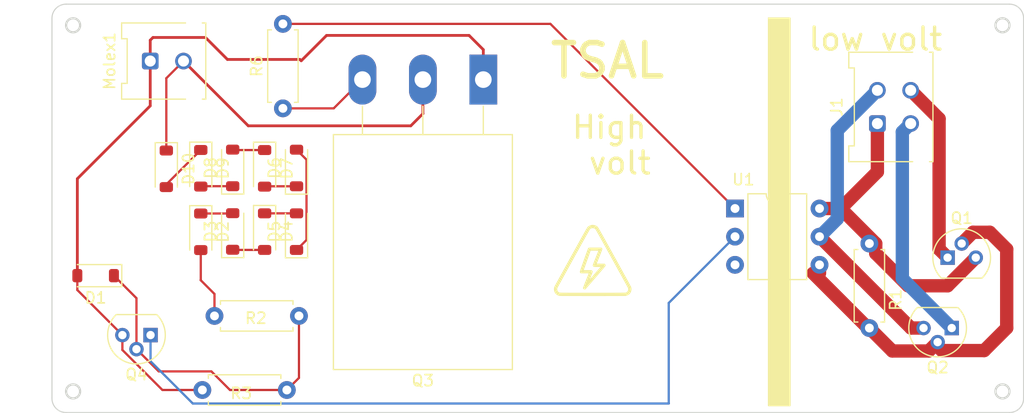
<source format=kicad_pcb>
(kicad_pcb (version 20240108) (generator "pcbnew") (generator_version "8.0")
  (layers (0 "F.Cu" signal) (31 "B.Cu" signal) (34 "B.Paste" user) (35 "F.Paste" user) (36 "B.SilkS" user "B.Silkscreen") (37 "F.SilkS" user "F.Silkscreen") (38 "B.Mask" user) (39 "F.Mask" user) (44 "Edge.Cuts" user))
  (net 0 "")
  (net 1 "Net-(D1-K)")
  (net 2 "/HV-")
  (net 3 "Net-(D4-K)")
  (net 4 "GLV+")
  (net 5 "GLV-")
  (net 6 "GR-")
  (net 7 "RD+")
  (net 8 "Net-(Q1-G)")
  (net 9 "Net-(Q3-S)")
  (net 10 "Net-(Q4-D)")
  (net 11 "Net-(R6-Pad2)")
  (net 13 "Net-(D2-A)")
  (net 14 "/HV+")
  (net 15 "Net-(D2-K)")
  (net 16 "Net-(D3-K)")
  (net 17 "Net-(D5-K)")
  (net 18 "Net-(D6-K)")
  (net 19 "Net-(D7-K)")
  (net 20 "Net-(D8-K)")
  (net 21 "Net-(D10-A)")
  (footprint "Resistor_THT:R_Axial_DIN0207_L6.3mm_D2.5mm_P7.62mm_Horizontal" (layer "F.Cu") (at 130.4036 114.808 180)
    (property "Reference" "R3" (at 4.1148 -0.3048 0) (layer "F.SilkS"))
    (property "Value" "10M")
    (fp_line (start 7.08 1.37) (end 7.08 1.04) (stroke (width 0.12)) (layer "F.SilkS"))
    (fp_line (start 7.08 -1.37) (end 7.08 -1.04) (stroke (width 0.12)) (layer "F.SilkS"))
    (fp_line (start 0.54 1.37) (end 7.08 1.37) (stroke (width 0.12)) (layer "F.SilkS"))
    (fp_line (start 0.54 1.04) (end 0.54 1.37) (stroke (width 0.12)) (layer "F.SilkS"))
    (fp_line (start 0.54 -1.04) (end 0.54 -1.37) (stroke (width 0.12)) (layer "F.SilkS"))
    (fp_line (start 0.54 -1.37) (end 7.08 -1.37) (stroke (width 0.12)) (layer "F.SilkS"))
    (pad "1" thru_hole circle (at 0 0 180) (size 1.6 1.6) (drill 0.8) (layers "*.Cu" "*.Mask") (net 1 "Net-(D1-K)"))
    (pad "2" thru_hole oval (at 7.62 0 180) (size 1.6 1.6) (drill 0.8) (layers "*.Cu" "*.Mask") (net 2 "/HV-"))
  )
  (footprint "Connector_Molex:Molex_Micro-Fit_3.0_43045-0212_2x01_P3.00mm_Vertical" (layer "F.Cu") (at 118.0818 85.1408 90)
    (property "Reference" "Molex1" (at 0 -3.67 90) (layer "F.SilkS"))
    (property "Value" "043045-0212")
    (fp_line (start 3.435 -2.58) (end 3.435 3.18) (stroke (width 0.12)) (layer "F.SilkS"))
    (fp_line (start 2.015 -2.58) (end 3.435 -2.58) (stroke (width 0.12)) (layer "F.SilkS"))
    (fp_line (start -2.015 -2.58) (end -2.015 -2.08) (stroke (width 0.12)) (layer "F.SilkS"))
    (fp_line (start -3.435 -2.58) (end -2.015 -2.58) (stroke (width 0.12)) (layer "F.SilkS"))
    (fp_line (start 2.015 -2.08) (end 2.015 -2.58) (stroke (width 0.12)) (layer "F.SilkS"))
    (fp_line (start -2.015 -2.08) (end 2.015 -2.08) (stroke (width 0.12)) (layer "F.SilkS"))
    (fp_line (start -3.435 3.18) (end -3.435 -2.58) (stroke (width 0.12)) (layer "F.SilkS"))
    (fp_line (start -3.435 4.7) (end -3.435 5.01) (stroke (width 0.12)) (layer "F.SilkS"))
    (fp_line (start 3.435 5.01) (end 3.435 4.7) (stroke (width 0.12)) (layer "F.SilkS"))
    (fp_line (start -3.435 5.01) (end 3.435 5.01) (stroke (width 0.12)) (layer "F.SilkS"))
    (pad "" np_thru_hole circle (at -3 3.94 90) (size 1 1) (drill 1) (layers "*.Cu" "*.Mask"))
    (pad "" np_thru_hole circle (at 3 3.94 90) (size 1 1) (drill 1) (layers "*.Cu" "*.Mask"))
    (pad "1" thru_hole roundrect (at 0 0 90) (size 1.5 1.5) (drill 1) (layers "*.Cu" "*.Mask") (roundrect_rratio 0.166667) (net 2 "/HV-"))
    (pad "2" thru_hole circle (at 0 3 90) (size 1.5 1.5) (drill 1) (layers "*.Cu" "*.Mask") (net 14 "/HV+"))
  )
  (footprint "Diode_SMD:D_SOD-123" (layer "F.Cu") (at 131.275668 94.785286 90)
    (property "Reference" "D6" (at 0 -2 90) (layer "F.SilkS"))
    (property "Value" "BZT52-B5V6X")
    (fp_line (start -2.36 -1) (end 1.65 -1) (stroke (width 0.12)) (layer "F.SilkS"))
    (fp_line (start -2.36 -1) (end -2.36 1) (stroke (width 0.12)) (layer "F.SilkS"))
    (fp_line (start -2.36 1) (end 1.65 1) (stroke (width 0.12)) (layer "F.SilkS"))
    (pad "1" smd roundrect (at -1.65 0 90) (size 0.9 1.2) (layers "F.Cu" "F.Paste" "F.Mask") (net 18 "Net-(D6-K)"))
    (pad "2" smd roundrect (at 1.65 0 90) (size 0.9 1.2) (layers "F.Cu" "F.Paste" "F.Mask") (net 17 "Net-(D5-K)"))
  )
  (footprint "Resistor_THT:R_Axial_DIN0207_L6.3mm_D2.5mm_P7.62mm_Horizontal" (layer "F.Cu") (at 182.941 101.6 -90)
    (property "Reference" "R1" (at 5.08 -2.37 90) (layer "F.SilkS"))
    (property "Value" "10k")
    (fp_line (start 0.54 1.37) (end 7.08 1.37) (stroke (width 0.12)) (layer "F.SilkS"))
    (fp_line (start 7.08 1.37) (end 7.08 1.04) (stroke (width 0.12)) (layer "F.SilkS"))
    (fp_line (start 0.54 1.04) (end 0.54 1.37) (stroke (width 0.12)) (layer "F.SilkS"))
    (fp_line (start 0.54 -1.04) (end 0.54 -1.37) (stroke (width 0.12)) (layer "F.SilkS"))
    (fp_line (start 0.54 -1.37) (end 7.08 -1.37) (stroke (width 0.12)) (layer "F.SilkS"))
    (fp_line (start 7.08 -1.37) (end 7.08 -1.04) (stroke (width 0.12)) (layer "F.SilkS"))
    (pad "1" thru_hole circle (at 0 0 270) (size 1.6 1.6) (drill 0.8) (layers "*.Cu" "*.Mask") (net 4 "GLV+"))
    (pad "2" thru_hole oval (at 7.62 0 270) (size 1.6 1.6) (drill 0.8) (layers "*.Cu" "*.Mask") (net 8 "Net-(Q1-G)"))
  )
  (footprint "Resistor_THT:R_Axial_DIN0207_L6.3mm_D2.5mm_P7.62mm_Horizontal" (layer "F.Cu") (at 123.8758 108.1278)
    (property "Reference" "R2" (at 3.7338 0.2032 0) (layer "F.SilkS"))
    (property "Value" "PR02000201004FA100")
    (fp_line (start 0.54 -1.37) (end 7.08 -1.37) (stroke (width 0.12)) (layer "F.SilkS"))
    (fp_line (start 0.54 -1.04) (end 0.54 -1.37) (stroke (width 0.12)) (layer "F.SilkS"))
    (fp_line (start 0.54 1.04) (end 0.54 1.37) (stroke (width 0.12)) (layer "F.SilkS"))
    (fp_line (start 0.54 1.37) (end 7.08 1.37) (stroke (width 0.12)) (layer "F.SilkS"))
    (fp_line (start 7.08 -1.37) (end 7.08 -1.04) (stroke (width 0.12)) (layer "F.SilkS"))
    (fp_line (start 7.08 1.37) (end 7.08 1.04) (stroke (width 0.12)) (layer "F.SilkS"))
    (pad "1" thru_hole circle (at 0 0) (size 1.6 1.6) (drill 0.8) (layers "*.Cu" "*.Mask") (net 13 "Net-(D2-A)"))
    (pad "2" thru_hole oval (at 7.62 0) (size 1.6 1.6) (drill 0.8) (layers "*.Cu" "*.Mask") (net 1 "Net-(D1-K)"))
  )
  (footprint "Diode_SMD:D_SOD-123" (layer "F.Cu") (at 113.157 104.4956 180)
    (property "Reference" "D1" (at 0 -2 0) (layer "F.SilkS"))
    (property "Value" "BZT52-B12_R1_00001")
    (fp_line (start -2.36 1) (end 1.65 1) (stroke (width 0.12)) (layer "F.SilkS"))
    (fp_line (start -2.36 -1) (end 1.65 -1) (stroke (width 0.12)) (layer "F.SilkS"))
    (fp_line (start -2.36 -1) (end -2.36 1) (stroke (width 0.12)) (layer "F.SilkS"))
    (pad "1" smd roundrect (at -1.65 0 180) (size 0.9 1.2) (layers "F.Cu" "F.Paste" "F.Mask") (net 1 "Net-(D1-K)"))
    (pad "2" smd roundrect (at 1.65 0 180) (size 0.9 1.2) (layers "F.Cu" "F.Paste" "F.Mask") (net 2 "/HV-"))
  )
  (footprint "Package_TO_SOT_THT:TO-92" (layer "F.Cu") (at 190.3675 109.22 180)
    (property "Reference" "Q2" (at 1.27 -3.56 180) (layer "F.SilkS"))
    (property "Value" "BS170")
    (fp_line (start -0.53 1.85) (end 3.07 1.85) (stroke (width 0.12)) (layer "F.SilkS"))
    (fp_arc (start 1.27 -2.6) (mid 3.672087 -0.994977) (end 3.108478 1.838478) (stroke (width 0.12)) (layer "F.SilkS"))
    (fp_arc (start -0.568478 1.838478) (mid -1.132087 -0.994977) (end 1.27 -2.6) (stroke (width 0.12)) (layer "F.SilkS"))
    (pad "1" thru_hole rect (at 0 0 180) (size 1.3 1.3) (drill 0.75) (layers "*.Cu" "*.Mask") (net 6 "GR-"))
    (pad "2" thru_hole circle (at 1.27 -1.27 180) (size 1.3 1.3) (drill 0.75) (layers "*.Cu" "*.Mask") (net 8 "Net-(Q1-G)"))
    (pad "3" thru_hole circle (at 2.54 0 180) (size 1.3 1.3) (drill 0.75) (layers "*.Cu" "*.Mask") (net 5 "GLV-"))
  )
  (footprint "Package_TO_SOT_THT:TO-92" (layer "F.Cu") (at 189.9975 102.87)
    (property "Reference" "Q1" (at 1.27 -3.56 0) (layer "F.SilkS"))
    (property "Value" "BS250P")
    (fp_line (start -0.53 1.85) (end 3.07 1.85) (stroke (width 0.12)) (layer "F.SilkS"))
    (fp_arc (start -0.568478 1.838478) (mid -1.132087 -0.994977) (end 1.27 -2.6) (stroke (width 0.12)) (layer "F.SilkS"))
    (fp_arc (start 1.27 -2.6) (mid 3.672087 -0.994977) (end 3.108478 1.838478) (stroke (width 0.12)) (layer "F.SilkS"))
    (pad "1" thru_hole rect (at 0 0) (size 1.3 1.3) (drill 0.75) (layers "*.Cu" "*.Mask") (net 7 "RD+"))
    (pad "2" thru_hole circle (at 1.27 -1.27) (size 1.3 1.3) (drill 0.75) (layers "*.Cu" "*.Mask") (net 8 "Net-(Q1-G)"))
    (pad "3" thru_hole circle (at 2.54 0) (size 1.3 1.3) (drill 0.75) (layers "*.Cu" "*.Mask") (net 4 "GLV+"))
  )
  (footprint "LOGO" (layer "F.Cu") (at 157.988 103.124)
    (property "Reference" "G***" (hide yes))
    (property "Value" "LOGO" (hide yes))
    (fp_poly (pts (xy 0.221786 -1.162324) (xy 0.361921 -1.162169) (xy 0.477264 -1.161801) (xy 0.57038 -1.161116) (xy 0.643831 -1.160011) (xy 0.700182 -1.158383) (xy 0.741998 -1.156128) (xy 0.77184 -1.153143) (xy 0.792275 -1.149325) (xy 0.805865 -1.14457) (xy 0.815175 -1.138774) (xy 0.815658 -1.138387) (xy 0.855584 -1.0918) (xy 0.874507 -1.037338) (xy 0.875391 -1.023182) (xy 0.870423 -1.004497) (xy 0.856172 -0.96302) (xy 0.833617 -0.901319) (xy 0.803734 -0.821963) (xy 0.767503 -0.727517) (xy 0.725901 -0.62055) (xy 0.679906 -0.503629) (xy 0.630496 -0.379322) (xy 0.622348 -0.358941) (xy 0.572672 -0.234664) (xy 0.526224 -0.118232) (xy 0.483973 -0.012083) (xy 0.446885 0.081341) (xy 0.415925 0.159603) (xy 0.392062 0.220261) (xy 0.376262 0.260876) (xy 0.369491 0.279007) (xy 0.369305 0.279712) (xy 0.382386 0.28153) (xy 0.419235 0.28345) (xy 0.476269 0.285369) (xy 0.549903 0.287183) (xy 0.636549 0.288789) (xy 0.726076 0.290009) (xy 1.082846 0.294077) (xy 1.122737 0.338746) (xy 1.154242 0.391741) (xy 1.162827 0.449942) (xy 1.147804 0.505736) (xy 1.139101 0.520139) (xy 1.123025 0.540815) (xy 1.090963 0.579875) (xy 1.0444 0.635596) (xy 0.98482 0.706255) (xy 0.913708 0.790129) (xy 0.832548 0.885493) (xy 0.742824 0.990624) (xy 0.64602 1.103799) (xy 0.543621 1.223294) (xy 0.437112 1.347386) (xy 0.327975 1.474351) (xy 0.217697 1.602465) (xy 0.107761 1.730006) (xy -0.000349 1.855248) (xy -0.105147 1.97647) (xy -0.205151 2.091947) (xy -0.298875 2.199957) (xy -0.384835 2.298774) (xy -0.461547 2.386677) (xy -0.527527 2.46194) (xy -0.58129 2.522842) (xy -0.621351 2.567658) (xy -0.646227 2.594664) (xy -0.653975 2.602163) (xy -0.710243 2.624997) (xy -0.7656 2.620691) (xy -0.818436 2.589453) (xy -0.828885 2.579666) (xy -0.863211 2.536459) (xy -0.875271 2.495612) (xy -0.87539 2.490825) (xy -0.870402 2.46993) (xy -0.8561 2.426349) (xy -0.83348 2.362733) (xy -0.803537 2.281738) (xy -0.767264 2.186015) (xy -0.725657 2.078217) (xy -0.679711 1.960998) (xy -0.630421 1.83701) (xy -0.627412 1.829495) (xy -0.577938 1.705855) (xy -0.531483 1.589475) (xy -0.489059 1.482915) (xy -0.451682 1.388736) (xy -0.420364 1.309497) (xy -0.396121 1.24776) (xy -0.379966 1.206085) (xy -0.372913 1.187031) (xy -0.372774 1.186565) (xy -0.372308 1.179328) (xy -0.377424 1.173712) (xy -0.391118 1.169513) (xy -0.416389 1.166528) (xy -0.456233 1.164551) (xy -0.513647 1.163379) (xy -0.591629 1.162808) (xy -0.693175 1.162634) (xy -0.724389 1.162628) (xy -1.082664 1.162628) (xy -1.122646 1.122646) (xy -1.152066 1.084189) (xy -1.162322 1.041274) (xy -1.162628 1.029456) (xy -1.157846 1.004736) (xy -1.14357 0.954707) (xy -1.119903 0.879677) (xy -1.112837 0.858293) (xy -0.804044 0.858293) (xy -0.800277 0.863665) (xy -0.783205 0.86786) (xy -0.75036 0.870998) (xy -0.699278 0.873198) (xy -0.627492 0.87458) (xy -0.532537 0.875264) (xy -0.451469 0.875391) (xy -0.09301 0.875391) (xy -0.046505 0.921896) (xy -0.01225 0.964961) (xy -0.000137 1.005704) (xy 0 1.010878) (xy -0.004982 1.034952) (xy -0.018995 1.080364) (xy -0.040641 1.143162) (xy -0.068519 1.219394) (xy -0.101232 1.305109) (xy -0.129876 1.377687) (xy -0.164509 1.46551) (xy -0.193501 1.541685) (xy -0.21587 1.603418) (xy -0.230635 1.647914) (xy -0.236813 1.672379) (xy -0.234355 1.675107) (xy -0.220686 1.659674) (xy -0.191036 1.625529) (xy -0.147197 1.574757) (xy -0.09096 1.509441) (xy -0.024117 1.431665) (xy 0.051539 1.343514) (xy 0.134217 1.247071) (xy 0.222123 1.144419) (xy 0.244584 1.118175) (xy 0.698126 0.588153) (xy 0.409935 0.588153) (xy 0.307652 0.58776) (xy 0.229145 0.586433) (xy 0.170846 0.583949) (xy 0.129183 0.580086) (xy 0.100587 0.57462) (xy 0.082219 0.567714) (xy 0.032316 0.52934) (xy 0.004679 0.479231) (xy 0 0.445576) (xy 0.004973 0.42509) (xy 0.019238 0.381862) (xy 0.041816 0.3185) (xy 0.071727 0.237617) (xy 0.107992 0.141823) (xy 0.149631 0.033729) (xy 0.195664 -0.084054) (xy 0.245112 -0.208916) (xy 0.253043 -0.228796) (xy 0.302681 -0.353219) (xy 0.349097 -0.469807) (xy 0.391324 -0.576118) (xy 0.428399 -0.669714) (xy 0.459357 -0.748156) (xy 0.483234 -0.809003) (xy 0.499066 -0.849815) (xy 0.505887 -0.868153) (xy 0.506085 -0.868907) (xy 0.493014 -0.870668) (xy 0.456225 -0.872247) (xy 0.399357 -0.873577) (xy 0.326048 -0.874588) (xy 0.239937 -0.875213) (xy 0.159597 -0.87539) (xy -0.18689 -0.87539) (xy -0.492525 -0.017097) (xy -0.544759 0.129596) (xy -0.594349 0.268882) (xy -0.640525 0.398591) (xy -0.682512 0.516554) (xy -0.71954 0.620599) (xy -0.750835 0.708556) (xy -0.775625 0.778256) (xy -0.793139 0.827529) (xy -0.802603 0.854203) (xy -0.804044 0.858293) (xy -1.112837 0.858293) (xy -1.086951 0.779954) (xy -1.044818 0.655847) (xy -0.993607 0.507663) (xy -0.933423 0.33571) (xy -0.864371 0.140296) (xy -0.806858 -0.02138) (xy -0.749975 -0.180742) (xy -0.69533 -0.333547) (xy -0.64368 -0.477696) (xy -0.595781 -0.611095) (xy -0.552389 -0.731646) (xy -0.51426 -0.837251) (xy -0.48215 -0.925815) (xy -0.456814 -0.995241) (xy -0.43901 -1.043431) (xy -0.429492 -1.068289) (xy -0.428772 -1.070001) (xy -0.419133 -1.092004) (xy -0.409564 -1.110218) (xy -0.397552 -1.124997) (xy -0.380585 -1.1367) (xy -0.356152 -1.145681) (xy -0.32174 -1.152299) (xy -0.274837 -1.156908) (xy -0.212931 -1.159866) (xy -0.133509 -1.16153) (xy -0.034061 -1.162255) (xy 0.087927 -1.162399)) (fill solid) (layer "F.SilkS"))
    (fp_poly (pts (xy 0.091361 -3.205002) (xy 0.098082 -3.204001) (xy 0.210467 -3.175667) (xy 0.317147 -3.128156) (xy 0.410502 -3.065375) (xy 0.460374 -3.018287) (xy 0.471136 -3.004415) (xy 0.487371 -2.980218) (xy 0.509513 -2.944927) (xy 0.537993 -2.897773) (xy 0.573245 -2.837986) (xy 0.6157 -2.764798) (xy 0.665792 -2.677438) (xy 0.723953 -2.575139) (xy 0.790616 -2.45713) (xy 0.866213 -2.322643) (xy 0.951177 -2.170908) (xy 1.04594 -2.001156) (xy 1.150936 -1.812618) (xy 1.266596 -1.604525) (xy 1.393354 -1.376108) (xy 1.531642 -1.126597) (xy 1.681892 -0.855223) (xy 1.844537 -0.561217) (xy 1.976468 -0.32259) (xy 2.114557 -0.07268) (xy 2.249364 0.171461) (xy 2.380273 0.408708) (xy 2.506664 0.637935) (xy 2.627922 0.858018) (xy 2.743427 1.067832) (xy 2.852564 1.266253) (xy 2.954715 1.452154) (xy 3.049262 1.624411) (xy 3.135588 1.781899) (xy 3.213075 1.923494) (xy 3.281107 2.048069) (xy 3.339065 2.154501) (xy 3.386333 2.241664) (xy 3.422292 2.308434) (xy 3.446326 2.353684) (xy 3.457817 2.376291) (xy 3.458408 2.37763) (xy 3.49094 2.490327) (xy 3.499214 2.608388) (xy 3.484391 2.727065) (xy 3.44763 2.841606) (xy 3.390092 2.947264) (xy 3.312937 3.039288) (xy 3.292123 3.058389) (xy 3.21222 3.114957) (xy 3.117229 3.161868) (xy 3.019093 3.193667) (xy 2.979146 3.201302) (xy 2.956856 3.202547) (xy 2.908768 3.203715) (xy 2.836433 3.204807) (xy 2.741405 3.205824) (xy 2.625236 3.206764) (xy 2.48948 3.20763) (xy 2.335688 3.208419) (xy 2.165414 3.209134) (xy 1.98021 3.209774) (xy 1.781629 3.210339) (xy 1.571224 3.21083) (xy 1.350547 3.211246) (xy 1.121151 3.211589) (xy 0.88459 3.211857) (xy 0.642415 3.212052) (xy 0.396179 3.212174) (xy 0.147436 3.212222) (xy -0.102263 3.212197) (xy -0.351364 3.2121) (xy -0.598314 3.211929) (xy -0.841562 3.211687) (xy -1.079553 3.211372) (xy -1.310737 3.210985) (xy -1.533559 3.210526) (xy -1.746467 3.209996) (xy -1.947908 3.209395) (xy -2.13633 3.208722) (xy -2.310179 3.207978) (xy -2.467904 3.207164) (xy -2.607951 3.206279) (xy -2.728768 3.205324) (xy -2.828801 3.204298) (xy -2.906499 3.203203) (xy -2.960308 3.202038) (xy -2.988676 3.200804) (xy -2.991465 3.200506) (xy -3.068497 3.181009) (xy -3.152727 3.146387) (xy -3.23308 3.101874) (xy -3.292122 3.058389) (xy -3.373711 2.970251) (xy -3.435955 2.867365) (xy -3.477694 2.754481) (xy -3.497767 2.636348) (xy -3.49754 2.626561) (xy -3.198409 2.626561) (xy -3.184856 2.702027) (xy -3.173633 2.732233) (xy -3.124866 2.808288) (xy -3.055548 2.866441) (xy -3.015993 2.887606) (xy -3.009043 2.890464) (xy -3.000368 2.893097) (xy -2.988875 2.895515) (xy -2.973474 2.897728) (xy -2.95307 2.899745) (xy -2.926572 2.901575) (xy -2.892886 2.903228) (xy -2.850921 2.904711) (xy -2.799584 2.906036) (xy -2.737781 2.907211) (xy -2.664422 2.908244) (xy -2.578412 2.909147) (xy -2.47866 2.909927) (xy -2.364072 2.910595) (xy -2.233557 2.911158) (xy -2.086022 2.911627) (xy -1.920374 2.912011) (xy -1.735521 2.912319) (xy -1.53037 2.912561) (xy -1.303829 2.912745) (xy -1.054804 2.912881) (xy -0.782204 2.912977) (xy -0.484936 2.913045) (xy -0.161907 2.913091) (xy -0.00431 2.913108) (xy 0.37363 2.913092) (xy 0.724555 2.912962) (xy 1.048805 2.912716) (xy 1.346721 2.912353) (xy 1.618643 2.911872) (xy 1.864913 2.911271) (xy 2.08587 2.910548) (xy 2.281855 2.909701) (xy 2.453209 2.908729) (xy 2.600271 2.907631) (xy 2.723384 2.906405) (xy 2.822886 2.905048) (xy 2.89912 2.903561) (xy 2.952425 2.90194) (xy 2.983141 2.900185) (xy 2.991167 2.898966) (xy 3.069409 2.856322) (xy 3.131599 2.795787) (xy 3.175559 2.722202) (xy 3.199111 2.640409) (xy 3.200075 2.555249) (xy 3.179818 2.479697) (xy 3.17129 2.463104) (xy 3.150133 2.423688) (xy 3.116962 2.362562) (xy 3.072388 2.280841) (xy 3.017024 2.17964) (xy 2.951483 2.060072) (xy 2.876379 1.923252) (xy 2.792324 1.770294) (xy 2.699932 1.602313) (xy 2.599814 1.420423) (xy 2.492584 1.225737) (xy 2.378854 1.019371) (xy 2.259239 0.802439) (xy 2.13435 0.576054) (xy 2.0048 0.341331) (xy 1.871203 0.099385) (xy 1.734171 -0.14867) (xy 1.720113 -0.174111) (xy 1.54566 -0.489648) (xy 1.380996 -0.787124) (xy 1.226355 -1.066122) (xy 1.081969 -1.326228) (xy 0.948072 -1.567025) (xy 0.824896 -1.788099) (xy 0.712674 -1.989033) (xy 0.611639 -2.169412) (xy 0.522024 -2.328821) (xy 0.444062 -2.466843) (xy 0.377985 -2.583064) (xy 0.324027 -2.677068) (xy 0.28242 -2.74844) (xy 0.253397 -2.796763) (xy 0.237192 -2.821623) (xy 0.234857 -2.82445) (xy 0.167929 -2.873115) (xy 0.08806 -2.90247) (xy 0.001665 -2.912512) (xy -0.084843 -2.903239) (xy -0.165049 -2.874649) (xy -0.232541 -2.82674) (xy -0.23471 -2.824597) (xy -0.246952 -2.806948) (xy -0.272071 -2.765737) (xy -0.309818 -2.701406) (xy -0.359949 -2.614396) (xy -0.422214 -2.505147) (xy -0.496367 -2.3741) (xy -0.582161 -2.221697) (xy -0.679349 -2.048379) (xy -0.787683 -1.854586) (xy -0.906916 -1.64076) (xy -1.036802 -1.407341) (xy -1.177093 -1.15477) (xy -1.327542 -0.883489) (xy -1.487902 -0.593939) (xy -1.657925 -0.286559) (xy -1.719874 -0.174478) (xy -1.857228 0.074132) (xy -1.99121 0.316748) (xy -2.121206 0.552255) (xy -2.246604 0.779539) (xy -2.366792 0.997485) (xy -2.481155 1.204979) (xy -2.589082 1.400907) (xy -2.689958 1.584154) (xy -2.783172 1.753606) (xy -2.868109 1.908148) (xy -2.944158 2.046666) (xy -3.010705 2.168046) (xy -3.067136 2.271173) (xy -3.11284 2.354933) (xy -3.147203 2.418212) (xy -3.169612 2.459894) (xy -3.179454 2.478866) (xy -3.179725 2.479477) (xy -3.196801 2.548164) (xy -3.198409 2.626561) (xy -3.49754 2.626561) (xy -3.495015 2.517716) (xy -3.468278 2.403334) (xy -3.458408 2.37763) (xy -3.448799 2.358421) (xy -3.426557 2.316405) (xy -3.392299 2.252705) (xy -3.346644 2.168448) (xy -3.290207 2.064758) (xy -3.223607 1.94276) (xy -3.147461 1.803579) (xy -3.062386 1.64834) (xy -2.969001 1.478168) (xy -2.867921 1.294188) (xy -2.759765 1.097525) (xy -2.64515 0.889303) (xy -2.524694 0.670648) (xy -2.399013 0.442685) (xy -2.268725 0.206539) (xy -2.134448 -0.036666) (xy -1.996799 -0.285804) (xy -1.976467 -0.32259) (xy -1.804129 -0.634279) (xy -1.644515 -0.922753) (xy -1.497191 -1.188781) (xy -1.361726 -1.433131) (xy -1.237685 -1.656574) (xy -1.124638 -1.859877) (xy -1.022151 -2.043811) (xy -0.929792 -2.209145) (xy -0.847128 -2.356647) (xy -0.773727 -2.487087) (xy -0.709155 -2.601235) (xy -0.652981 -2.699858) (xy -0.604772 -2.783728) (xy -0.564094 -2.853612) (xy -0.530517 -2.910279) (xy -0.503606 -2.9545) (xy -0.482929 -2.987044) (xy -0.468054 -3.008678) (xy -0.460374 -3.018287) (xy -0.373057 -3.09463) (xy -0.268865 -3.153255) (xy -0.153158 -3.192381) (xy -0.031296 -3.210224)) (fill solid) (layer "F.SilkS"))
  )
  (footprint "Diode_SMD:D_SOD-123" (layer "F.Cu") (at 128.397 94.81743 -90)
    (property "Reference" "D7" (at 0 -2 90) (layer "F.SilkS"))
    (property "Value" "BZT52-B5V6X")
    (fp_line (start -2.36 1) (end 1.65 1) (stroke (width 0.12)) (layer "F.SilkS"))
    (fp_line (start -2.36 -1) (end -2.36 1) (stroke (width 0.12)) (layer "F.SilkS"))
    (fp_line (start -2.36 -1) (end 1.65 -1) (stroke (width 0.12)) (layer "F.SilkS"))
    (pad "1" smd roundrect (at -1.65 0 270) (size 0.9 1.2) (layers "F.Cu" "F.Paste" "F.Mask") (net 19 "Net-(D7-K)"))
    (pad "2" smd roundrect (at 1.65 0 270) (size 0.9 1.2) (layers "F.Cu" "F.Paste" "F.Mask") (net 18 "Net-(D6-K)"))
  )
  (footprint "Diode_SMD:D_SOD-123" (layer "F.Cu") (at 128.397 100.525002 -90)
    (property "Reference" "D4" (at 0 -2 90) (layer "F.SilkS"))
    (property "Value" "BZT52-B5V6X")
    (fp_line (start -2.36 1) (end 1.65 1) (stroke (width 0.12)) (layer "F.SilkS"))
    (fp_line (start -2.36 -1) (end -2.36 1) (stroke (width 0.12)) (layer "F.SilkS"))
    (fp_line (start -2.36 -1) (end 1.65 -1) (stroke (width 0.12)) (layer "F.SilkS"))
    (pad "1" smd roundrect (at -1.65 0 270) (size 0.9 1.2) (layers "F.Cu" "F.Paste" "F.Mask") (net 3 "Net-(D4-K)"))
    (pad "2" smd roundrect (at 1.65 0 270) (size 0.9 1.2) (layers "F.Cu" "F.Paste" "F.Mask") (net 16 "Net-(D3-K)"))
  )
  (footprint "Connector_Molex:Molex_Micro-Fit_3.0_43045-0412_2x02_P3.00mm_Vertical" (layer "F.Cu") (at 183.6646 90.7796 90)
    (property "Reference" "J1" (at 1.5 -3.67 90) (layer "F.SilkS"))
    (property "Value" "043045-0412")
    (fp_line (start 6.435 -2.58) (end 6.435 3.18) (stroke (width 0.12)) (layer "F.SilkS"))
    (fp_line (start 5.015 -2.58) (end 6.435 -2.58) (stroke (width 0.12)) (layer "F.SilkS"))
    (fp_line (start -2.015 -2.58) (end -2.015 -2.08) (stroke (width 0.12)) (layer "F.SilkS"))
    (fp_line (start -3.435 -2.58) (end -2.015 -2.58) (stroke (width 0.12)) (layer "F.SilkS"))
    (fp_line (start 5.015 -2.08) (end 5.015 -2.58) (stroke (width 0.12)) (layer "F.SilkS"))
    (fp_line (start -2.015 -2.08) (end 5.015 -2.08) (stroke (width 0.12)) (layer "F.SilkS"))
    (fp_line (start -3.435 3.18) (end -3.435 -2.58) (stroke (width 0.12)) (layer "F.SilkS"))
    (fp_line (start -3.435 4.7) (end -3.435 5.01) (stroke (width 0.12)) (layer "F.SilkS"))
    (fp_line (start 6.435 5.01) (end 6.435 4.7) (stroke (width 0.12)) (layer "F.SilkS"))
    (fp_line (start -3.435 5.01) (end 6.435 5.01) (stroke (width 0.12)) (layer "F.SilkS"))
    (pad "" np_thru_hole circle (at -3 3.94 90) (size 1 1) (drill 1) (layers "*.Cu" "*.Mask"))
    (pad "" np_thru_hole circle (at 6 3.94 90) (size 1 1) (drill 1) (layers "*.Cu" "*.Mask"))
    (pad "1" thru_hole roundrect (at 0 0 90) (size 1.5 1.5) (drill 1) (layers "*.Cu" "*.Mask") (roundrect_rratio 0.166667) (net 4 "GLV+"))
    (pad "2" thru_hole circle (at 3 0 90) (size 1.5 1.5) (drill 1) (layers "*.Cu" "*.Mask") (net 5 "GLV-"))
    (pad "3" thru_hole circle (at 0 3 90) (size 1.5 1.5) (drill 1) (layers "*.Cu" "*.Mask") (net 6 "GR-"))
    (pad "4" thru_hole circle (at 3 3 90) (size 1.5 1.5) (drill 1) (layers "*.Cu" "*.Mask") (net 7 "RD+"))
  )
  (footprint "Package_DIP:DIP-6_W7.62mm" (layer "F.Cu") (at 170.825 98.44)
    (property "Reference" "U1" (at 0.752 -2.6058 0) (layer "F.SilkS"))
    (property "Value" "H11L1M")
    (fp_line (start 1.16 -1.33) (end 1.16 6.41) (stroke (width 0.12)) (layer "F.SilkS"))
    (fp_line (start 1.16 6.41) (end 6.46 6.41) (stroke (width 0.12)) (layer "F.SilkS"))
    (fp_line (start 2.81 -1.33) (end 1.16 -1.33) (stroke (width 0.12)) (layer "F.SilkS"))
    (fp_line (start 6.46 -1.33) (end 4.81 -1.33) (stroke (width 0.12)) (layer "F.SilkS"))
    (fp_line (start 6.46 6.41) (end 6.46 -1.33) (stroke (width 0.12)) (layer "F.SilkS"))
    (fp_arc (start 4.81 -1.33) (mid 3.81 -0.33) (end 2.81 -1.33) (stroke (width 0.12)) (layer "F.SilkS"))
    (pad "1" thru_hole rect (at 0 0) (size 1.6 1.6) (drill 0.8) (layers "*.Cu" "*.Mask") (net 11 "Net-(R6-Pad2)"))
    (pad "2" thru_hole oval (at 0 2.54) (size 1.6 1.6) (drill 0.8) (layers "*.Cu" "*.Mask") (net 10 "Net-(Q4-D)"))
    (pad "3" thru_hole oval (at 0 5.08) (size 1.6 1.6) (drill 0.8) (layers "*.Cu" "*.Mask"))
    (pad "4" thru_hole oval (at 7.62 5.08) (size 1.6 1.6) (drill 0.8) (layers "*.Cu" "*.Mask") (net 8 "Net-(Q1-G)"))
    (pad "5" thru_hole oval (at 7.62 2.54) (size 1.6 1.6) (drill 0.8) (layers "*.Cu" "*.Mask") (net 5 "GLV-"))
    (pad "6" thru_hole oval (at 7.62 0) (size 1.6 1.6) (drill 0.8) (layers "*.Cu" "*.Mask") (net 4 "GLV+"))
  )
  (footprint "Diode_SMD:D_SOD-123" (layer "F.Cu") (at 122.639668 100.540668 -90)
    (property "Reference" "D2" (at 0 -2 90) (layer "F.SilkS"))
    (property "Value" "BZT52-B5V6X")
    (fp_line (start -2.36 1) (end 1.65 1) (stroke (width 0.12)) (layer "F.SilkS"))
    (fp_line (start -2.36 -1) (end -2.36 1) (stroke (width 0.12)) (layer "F.SilkS"))
    (fp_line (start -2.36 -1) (end 1.65 -1) (stroke (width 0.12)) (layer "F.SilkS"))
    (pad "1" smd roundrect (at -1.65 0 270) (size 0.9 1.2) (layers "F.Cu" "F.Paste" "F.Mask") (net 15 "Net-(D2-K)"))
    (pad "2" smd roundrect (at 1.65 0 270) (size 0.9 1.2) (layers "F.Cu" "F.Paste" "F.Mask") (net 13 "Net-(D2-A)"))
  )
  (footprint "Diode_SMD:D_SOD-123" (layer "F.Cu") (at 131.275668 100.527 90)
    (property "Reference" "D5" (at 0 -2 90) (layer "F.SilkS"))
    (property "Value" "BZT52-B5V6X")
    (fp_line (start -2.36 -1) (end 1.65 -1) (stroke (width 0.12)) (layer "F.SilkS"))
    (fp_line (start -2.36 -1) (end -2.36 1) (stroke (width 0.12)) (layer "F.SilkS"))
    (fp_line (start -2.36 1) (end 1.65 1) (stroke (width 0.12)) (layer "F.SilkS"))
    (pad "1" smd roundrect (at -1.65 0 90) (size 0.9 1.2) (layers "F.Cu" "F.Paste" "F.Mask") (net 17 "Net-(D5-K)"))
    (pad "2" smd roundrect (at 1.65 0 90) (size 0.9 1.2) (layers "F.Cu" "F.Paste" "F.Mask") (net 3 "Net-(D4-K)"))
  )
  (footprint "Diode_SMD:D_SOD-123" (layer "F.Cu") (at 119.5324 94.859802 -90)
    (property "Reference" "D10" (at 0 -2 90) (layer "F.SilkS"))
    (property "Value" "BZT52-B5V6X")
    (fp_line (start -2.36 1) (end 1.65 1) (stroke (width 0.12)) (layer "F.SilkS"))
    (fp_line (start -2.36 -1) (end -2.36 1) (stroke (width 0.12)) (layer "F.SilkS"))
    (fp_line (start -2.36 -1) (end 1.65 -1) (stroke (width 0.12)) (layer "F.SilkS"))
    (pad "1" smd roundrect (at -1.65 0 270) (size 0.9 1.2) (layers "F.Cu" "F.Paste" "F.Mask") (net 14 "/HV+"))
    (pad "2" smd roundrect (at 1.65 0 270) (size 0.9 1.2) (layers "F.Cu" "F.Paste" "F.Mask") (net 21 "Net-(D10-A)"))
  )
  (footprint "Package_TO_SOT_THT:TO-247-3_Horizontal_TabDown" (layer "F.Cu") (at 148.1218 86.8144 180)
    (property "Reference" "Q3" (at 5.45 -27.15 0) (layer "F.SilkS"))
    (property "Value" "UJ3N120035K3S")
    (fp_line (start 13.52 -26.15) (end 13.52 -4.96) (stroke (width 0.12)) (layer "F.SilkS"))
    (fp_line (start 10.9 -4.96) (end 10.9 -2.4) (stroke (width 0.12)) (layer "F.SilkS"))
    (fp_line (start 5.45 -4.96) (end 5.45 -2.4) (stroke (width 0.12)) (layer "F.SilkS"))
    (fp_line (start 0 -4.96) (end 0 -2.4) (stroke (width 0.12)) (layer "F.SilkS"))
    (fp_line (start -2.62 -4.96) (end 13.52 -4.96) (stroke (width 0.12)) (layer "F.SilkS"))
    (fp_line (start -2.62 -26.15) (end 13.52 -26.15) (stroke (width 0.12)) (layer "F.SilkS"))
    (fp_line (start -2.62 -26.15) (end -2.62 -4.96) (stroke (width 0.12)) (layer "F.SilkS"))
    (pad "" np_thru_hole oval (at 5.45 -19.86 180) (size 3.6 3.6) (drill 3.6) (layers "*.Cu" "*.Mask"))
    (pad "1" thru_hole rect (at 0 0 180) (size 2.5 4.5) (drill 1.5) (layers "*.Cu" "*.Mask") (net 2 "/HV-"))
    (pad "2" thru_hole oval (at 5.45 0 180) (size 2.5 4.5) (drill 1.5) (layers "*.Cu" "*.Mask") (net 14 "/HV+"))
    (pad "3" thru_hole oval (at 10.9 0 180) (size 2.5 4.5) (drill 1.5) (layers "*.Cu" "*.Mask") (net 9 "Net-(Q3-S)"))
  )
  (footprint "Diode_SMD:D_SOD-123" (layer "F.Cu") (at 125.518334 94.778858 90)
    (property "Reference" "D8" (at 0 -2 90) (layer "F.SilkS"))
    (property "Value" "BZT52-B5V6X")
    (fp_line (start -2.36 -1) (end 1.65 -1) (stroke (width 0.12)) (layer "F.SilkS"))
    (fp_line (start -2.36 -1) (end -2.36 1) (stroke (width 0.12)) (layer "F.SilkS"))
    (fp_line (start -2.36 1) (end 1.65 1) (stroke (width 0.12)) (layer "F.SilkS"))
    (pad "1" smd roundrect (at -1.65 0 90) (size 0.9 1.2) (layers "F.Cu" "F.Paste" "F.Mask") (net 20 "Net-(D8-K)"))
    (pad "2" smd roundrect (at 1.65 0 90) (size 0.9 1.2) (layers "F.Cu" "F.Paste" "F.Mask") (net 19 "Net-(D7-K)"))
  )
  (footprint "Diode_SMD:D_SOD-123" (layer "F.Cu") (at 125.518334 100.511334 90)
    (property "Reference" "D3" (at 0 -2 90) (layer "F.SilkS"))
    (property "Value" "BZT52-B5V6X")
    (fp_line (start -2.36 -1) (end 1.65 -1) (stroke (width 0.12)) (layer "F.SilkS"))
    (fp_line (start -2.36 -1) (end -2.36 1) (stroke (width 0.12)) (layer "F.SilkS"))
    (fp_line (start -2.36 1) (end 1.65 1) (stroke (width 0.12)) (layer "F.SilkS"))
    (pad "1" smd roundrect (at -1.65 0 90) (size 0.9 1.2) (layers "F.Cu" "F.Paste" "F.Mask") (net 16 "Net-(D3-K)"))
    (pad "2" smd roundrect (at 1.65 0 90) (size 0.9 1.2) (layers "F.Cu" "F.Paste" "F.Mask") (net 15 "Net-(D2-K)"))
  )
  (footprint "Diode_SMD:D_SOD-123" (layer "F.Cu") (at 122.639668 94.811002 -90)
    (property "Reference" "D9" (at 0 -2 90) (layer "F.SilkS"))
    (property "Value" "BZT52-B5V6X")
    (fp_line (start -2.36 1) (end 1.65 1) (stroke (width 0.12)) (layer "F.SilkS"))
    (fp_line (start -2.36 -1) (end -2.36 1) (stroke (width 0.12)) (layer "F.SilkS"))
    (fp_line (start -2.36 -1) (end 1.65 -1) (stroke (width 0.12)) (layer "F.SilkS"))
    (pad "1" smd roundrect (at -1.65 0 270) (size 0.9 1.2) (layers "F.Cu" "F.Paste" "F.Mask") (net 21 "Net-(D10-A)"))
    (pad "2" smd roundrect (at 1.65 0 270) (size 0.9 1.2) (layers "F.Cu" "F.Paste" "F.Mask") (net 20 "Net-(D8-K)"))
  )
  (footprint "Package_TO_SOT_THT:TO-92" (layer "F.Cu") (at 118.11 109.855 180)
    (property "Reference" "Q4" (at 1.27 -3.56 0) (layer "F.SilkS"))
    (property "Value" "BS170")
    (fp_line (start -0.53 1.85) (end 3.07 1.85) (stroke (width 0.12)) (layer "F.SilkS"))
    (fp_arc (start 1.27 -2.6) (mid 3.672087 -0.994977) (end 3.108478 1.838478) (stroke (width 0.12)) (layer "F.SilkS"))
    (fp_arc (start -0.568478 1.838478) (mid -1.132087 -0.994977) (end 1.27 -2.6) (stroke (width 0.12)) (layer "F.SilkS"))
    (pad "1" thru_hole rect (at 0 0 180) (size 1.3 1.3) (drill 0.75) (layers "*.Cu" "*.Mask") (net 10 "Net-(Q4-D)"))
    (pad "2" thru_hole circle (at 1.27 -1.27 180) (size 1.3 1.3) (drill 0.75) (layers "*.Cu" "*.Mask") (net 1 "Net-(D1-K)"))
    (pad "3" thru_hole circle (at 2.54 0 180) (size 1.3 1.3) (drill 0.75) (layers "*.Cu" "*.Mask") (net 2 "/HV-"))
  )
  (footprint "Resistor_THT:R_Axial_DIN0207_L6.3mm_D2.5mm_P7.62mm_Horizontal" (layer "F.Cu") (at 130.048 89.408 90)
    (property "Reference" "R6" (at 3.81 -2.37 90) (layer "F.SilkS"))
    (property "Value" "5500")
    (fp_line (start 7.08 -1.37) (end 7.08 -1.04) (stroke (width 0.12)) (layer "F.SilkS"))
    (fp_line (start 0.54 -1.37) (end 7.08 -1.37) (stroke (width 0.12)) (layer "F.SilkS"))
    (fp_line (start 0.54 -1.04) (end 0.54 -1.37) (stroke (width 0.12)) (layer "F.SilkS"))
    (fp_line (start 0.54 1.04) (end 0.54 1.37) (stroke (width 0.12)) (layer "F.SilkS"))
    (fp_line (start 7.08 1.37) (end 7.08 1.04) (stroke (width 0.12)) (layer "F.SilkS"))
    (fp_line (start 0.54 1.37) (end 7.08 1.37) (stroke (width 0.12)) (layer "F.SilkS"))
    (pad "1" thru_hole circle (at 0 0 90) (size 1.6 1.6) (drill 0.8) (layers "*.Cu" "*.Mask") (net 9 "Net-(Q3-S)"))
    (pad "2" thru_hole oval (at 7.62 0 90) (size 1.6 1.6) (drill 0.8) (layers "*.Cu" "*.Mask") (net 11 "Net-(R6-Pad2)"))
  )
  (gr_rect (start 173.863 81.28) (end 175.768 116.205) (stroke (width 0.15)) (fill none) (layer "F.SilkS"))
  (gr_line (start 195.58 116.84) (end 110.49 116.84) (stroke (width 0.1)) (layer "Edge.Cuts"))
  (gr_arc (start 195.58 80.01) (mid 196.478026 80.381974) (end 196.85 81.28) (stroke (width 0.1)) (layer "Edge.Cuts"))
  (gr_circle (center 194.945 114.935) (end 195.58 114.935) (stroke (width 0.2)) (fill none) (layer "Edge.Cuts"))
  (gr_arc (start 110.49 116.84) (mid 109.591974 116.468026) (end 109.22 115.57) (stroke (width 0.1)) (layer "Edge.Cuts"))
  (gr_arc (start 196.85 115.57) (mid 196.478026 116.468026) (end 195.58 116.84) (stroke (width 0.1)) (layer "Edge.Cuts"))
  (gr_circle (center 111.125 114.935) (end 111.76 114.935) (stroke (width 0.2)) (fill none) (layer "Edge.Cuts"))
  (gr_line (start 109.22 115.57) (end 109.22 81.28) (stroke (width 0.1)) (layer "Edge.Cuts"))
  (gr_circle (center 194.945 81.915) (end 195.58 81.915) (stroke (width 0.2)) (fill none) (layer "Edge.Cuts"))
  (gr_arc (start 109.22 81.28) (mid 109.591974 80.381974) (end 110.49 80.01) (stroke (width 0.1)) (layer "Edge.Cuts"))
  (gr_circle (center 111.125 81.915) (end 111.76 81.915) (stroke (width 0.2)) (fill none) (layer "Edge.Cuts"))
  (gr_line (start 110.49 80.01) (end 195.58 80.01) (stroke (width 0.1)) (layer "Edge.Cuts"))
  (gr_line (start 196.85 81.28) (end 196.85 115.57) (stroke (width 0.1)) (layer "Edge.Cuts"))
  (gr_text "low volt\n" (at 177.292 84.328 0) (layer "F.SilkS") (effects (font (size 2 2) (thickness 0.3)) (justify left bottom)))
  (gr_text "High \n volt" (at 155.956 95.504 0) (layer "F.SilkS") (effects (font (size 2 2) (thickness 0.3)) (justify left bottom)))
  (gr_text "TSAL" (at 153.924 86.868 0) (layer "F.SilkS") (effects (font (size 3 3) (thickness 0.5) (bold yes)) (justify left bottom)))
  (segment (start 131.4958 113.7158) (end 130.4036 114.808) (width 0.2) (layer "F.Cu") (net 1))
  (segment (start 116.84 106.5286) (end 114.807 104.4956) (width 0.2) (layer "F.Cu") (net 1))
  (segment (start 118.8466 113.1316) (end 116.84 111.125) (width 0.2) (layer "F.Cu") (net 1))
  (segment (start 116.84 111.125) (end 116.84 106.5286) (width 0.2) (layer "F.Cu") (net 1))
  (segment (start 131.4958 108.1278) (end 131.4958 113.7158) (width 0.2) (layer "F.Cu") (net 1))
  (segment (start 125.2728 114.808) (end 123.5964 113.1316) (width 0.2) (layer "F.Cu") (net 1))
  (segment (start 130.4036 114.808) (end 125.2728 114.808) (width 0.2) (layer "F.Cu") (net 1))
  (segment (start 123.5964 113.1316) (end 118.8466 113.1316) (width 0.2) (layer "F.Cu") (net 1))
  (segment (start 146.8374 82.8294) (end 133.985 82.8294) (width 0.25) (layer "F.Cu") (net 2))
  (segment (start 122.7836 114.808) (end 119.179496 114.808) (width 0.2) (layer "F.Cu") (net 2))
  (segment (start 111.507 105.792) (end 111.507 104.4956) (width 0.2) (layer "F.Cu") (net 2))
  (segment (start 111.507 104.4956) (end 111.507 95.757) (width 0.25) (layer "F.Cu") (net 2))
  (segment (start 119.179496 114.808) (end 118.047848 113.676352) (width 0.2) (layer "F.Cu") (net 2))
  (segment (start 115.287158 109.572158) (end 111.507 105.792) (width 0.2) (layer "F.Cu") (net 2))
  (segment (start 118.047848 113.676352) (end 115.57 111.198503) (width 0.2) (layer "F.Cu") (net 2))
  (segment (start 115.57 111.198503) (end 115.57 109.855) (width 0.2) (layer "F.Cu") (net 2))
  (segment (start 118.3272 83.0158) (end 118.0818 83.2612) (width 0.25) (layer "F.Cu") (net 2))
  (segment (start 148.1218 84.1138) (end 146.8374 82.8294) (width 0.25) (layer "F.Cu") (net 2))
  (segment (start 131.699 85.1154) (end 131.5806 84.997) (width 0.25) (layer "F.Cu") (net 2))
  (segment (start 123.063 83.0158) (end 118.3272 83.0158) (width 0.25) (layer "F.Cu") (net 2))
  (segment (start 131.5806 84.997) (end 125.0442 84.997) (width 0.25) (layer "F.Cu") (net 2))
  (segment (start 133.985 82.8294) (end 131.699 85.1154) (width 0.25) (layer "F.Cu") (net 2))
  (segment (start 148.1218 86.8144) (end 148.1218 84.1138) (width 0.25) (layer "F.Cu") (net 2))
  (segment (start 118.0818 85.1408) (end 118.0818 83.2612) (width 0.25) (layer "F.Cu") (net 2))
  (segment (start 125.0442 84.997) (end 123.063 83.0158) (width 0.25) (layer "F.Cu") (net 2))
  (segment (start 111.507 95.757) (end 118.0818 89.1822) (width 0.25) (layer "F.Cu") (net 2))
  (segment (start 118.0818 89.1822) (end 118.0818 85.1408) (width 0.25) (layer "F.Cu") (net 2))
  (segment (start 128.398998 98.877) (end 128.397 98.875002) (width 0.2) (layer "F.Cu") (net 3))
  (segment (start 131.275668 98.877) (end 128.398998 98.877) (width 0.2) (layer "F.Cu") (net 3))
  (segment (start 186.436 105.41) (end 189.99475 105.41) (width 1.2) (layer "F.Cu") (net 4))
  (segment (start 178.445 98.44) (end 180.355 98.44) (width 1.2) (layer "F.Cu") (net 4))
  (segment (start 189.99475 105.41) (end 192.53475 102.87) (width 1.2) (layer "F.Cu") (net 4))
  (segment (start 183.515 102.489) (end 186.436 105.41) (width 1.2) (layer "F.Cu") (net 4))
  (segment (start 180.355 98.44) (end 183.515 101.6) (width 1.2) (layer "F.Cu") (net 4))
  (segment (start 183.6646 95.1304) (end 180.355 98.44) (width 1.2) (layer "F.Cu") (net 4))
  (segment (start 183.515 101.6) (end 183.515 102.489) (width 1.2) (layer "F.Cu") (net 4))
  (segment (start 183.6646 90.7796) (end 183.6646 95.1304) (width 1.2) (layer "F.Cu") (net 4))
  (segment (start 192.53475 102.87) (end 192.5375 102.87) (width 1.2) (layer "F.Cu") (net 4))
  (segment (start 178.445 100.98) (end 178.45 100.98) (width 1.2) (layer "F.Cu") (net 5))
  (segment (start 186.69 109.22) (end 187.8275 109.22) (width 1.2) (layer "F.Cu") (net 5))
  (segment (start 178.45 100.98) (end 186.69 109.22) (width 1.2) (layer "F.Cu") (net 5))
  (segment (start 180.045 99.38) (end 180.045 91.3992) (width 1.2) (layer "B.Cu") (net 5))
  (segment (start 178.445 100.98) (end 180.045 99.38) (width 1.2) (layer "B.Cu") (net 5))
  (segment (start 180.045 91.3992) (end 183.6646 87.7796) (width 1.2) (layer "B.Cu") (net 5))
  (segment (start 185.9146 91.5296) (end 185.9146 104.7671) (width 1.2) (layer "B.Cu") (net 6))
  (segment (start 186.6646 90.7796) (end 185.9146 91.5296) (width 1.2) (layer "B.Cu") (net 6))
  (segment (start 185.9146 104.7671) (end 190.3675 109.22) (width 1.2) (layer "B.Cu") (net 6))
  (segment (start 189.9975 102.87) (end 189.23 102.1025) (width 1.2) (layer "F.Cu") (net 7))
  (segment (start 189.23 102.1025) (end 189.23 90.345) (width 1.2) (layer "F.Cu") (net 7))
  (segment (start 189.23 90.345) (end 186.6646 87.7796) (width 1.2) (layer "F.Cu") (net 7))
  (segment (start 189.484 111.252) (end 193.294 111.252) (width 1.2) (layer "F.Cu") (net 8))
  (segment (start 185.010999 111.289999) (end 188.297501 111.289999) (width 1.2) (layer "F.Cu") (net 8))
  (segment (start 192.2835 100.584) (end 191.2675 101.6) (width 1.2) (layer "F.Cu") (net 8))
  (segment (start 182.814 109.22) (end 177.871 104.277) (width 1.2) (layer "F.Cu") (net 8))
  (segment (start 178.445 104.277) (end 178.445 103.52) (width 1.2) (layer "F.Cu") (net 8))
  (segment (start 189.0975 110.8655) (end 189.484 111.252) (width 1.2) (layer "F.Cu") (net 8))
  (segment (start 195.326 102.108) (end 193.802 100.584) (width 1.2) (layer "F.Cu") (net 8))
  (segment (start 182.941 109.22) (end 185.010999 111.289999) (width 1.2) (layer "F.Cu") (net 8))
  (segment (start 182.941 109.22) (end 182.814 109.22) (width 1.2) (layer "F.Cu") (net 8))
  (segment (start 193.802 100.584) (end 192.2835 100.584) (width 1.2) (layer "F.Cu") (net 8))
  (segment (start 193.294 111.252) (end 195.326 109.22) (width 1.2) (layer "F.Cu") (net 8))
  (segment (start 189.0975 110.49) (end 189.0975 110.8655) (width 1.2) (layer "F.Cu") (net 8))
  (segment (start 188.297501 111.289999) (end 189.0975 110.49) (width 1.2) (layer "F.Cu") (net 8))
  (segment (start 195.326 109.22) (end 195.326 102.108) (width 1.2) (layer "F.Cu") (net 8))
  (segment (start 130.048 89.408) (end 134.6282 89.408) (width 0.2) (layer "F.Cu") (net 9))
  (segment (start 134.6282 89.408) (end 137.2218 86.8144) (width 0.2) (layer "F.Cu") (net 9))
  (segment (start 118.11 112.2172) (end 121.92 116.0272) (width 0.2) (layer "B.Cu") (net 10))
  (segment (start 164.846 106.959) (end 170.825 100.98) (width 0.2) (layer "B.Cu") (net 10))
  (segment (start 121.92 116.0272) (end 164.846 116.0272) (width 0.2) (layer "B.Cu") (net 10))
  (segment (start 164.846 116.0272) (end 164.846 106.959) (width 0.2) (layer "B.Cu") (net 10))
  (segment (start 118.11 109.855) (end 118.11 112.2172) (width 0.2) (layer "B.Cu") (net 10))
  (segment (start 130.048 81.788) (end 154.173 81.788) (width 0.2) (layer "F.Cu") (net 11))
  (segment (start 154.173 81.788) (end 170.825 98.44) (width 0.2) (layer "F.Cu") (net 11))
  (segment (start 122.6312 104.902) (end 122.639668 104.893532) (width 0.2) (layer "F.Cu") (net 13))
  (segment (start 122.639668 104.893532) (end 122.639668 102.190668) (width 0.2) (layer "F.Cu") (net 13))
  (segment (start 123.8758 106.1466) (end 122.6312 104.902) (width 0.2) (layer "F.Cu") (net 13))
  (segment (start 123.8758 108.1278) (end 123.8758 106.1466) (width 0.2) (layer "F.Cu") (net 13))
  (segment (start 119.5324 86.6902) (end 121.0818 85.1408) (width 0.2) (layer "F.Cu") (net 14))
  (segment (start 119.5324 93.209802) (end 119.5324 86.6902) (width 0.2) (layer "F.Cu") (net 14))
  (segment (start 141.5796 90.9828) (end 142.6718 89.8906) (width 0.25) (layer "F.Cu") (net 14))
  (segment (start 142.6718 89.8906) (end 142.6718 86.8144) (width 0.25) (layer "F.Cu") (net 14))
  (segment (start 121.0818 85.1408) (end 126.9238 90.9828) (width 0.25) (layer "F.Cu") (net 14))
  (segment (start 126.9238 90.9828) (end 141.5796 90.9828) (width 0.25) (layer "F.Cu") (net 14))
  (segment (start 122.639668 98.890668) (end 125.489 98.890668) (width 0.2) (layer "F.Cu") (net 15))
  (segment (start 125.489 98.890668) (end 125.518334 98.861334) (width 0.2) (layer "F.Cu") (net 15))
  (segment (start 128.397 102.175002) (end 125.532002 102.175002) (width 0.2) (layer "F.Cu") (net 16))
  (segment (start 125.532002 102.175002) (end 125.518334 102.161334) (width 0.2) (layer "F.Cu") (net 16))
  (segment (start 131.275668 102.177) (end 132.175668 101.277) (width 0.2) (layer "F.Cu") (net 17))
  (segment (start 132.175668 101.277) (end 132.175668 94.035286) (width 0.2) (layer "F.Cu") (net 17))
  (segment (start 132.175668 94.035286) (end 131.275668 93.135286) (width 0.2) (layer "F.Cu") (net 17))
  (segment (start 131.275668 96.435286) (end 128.429144 96.435286) (width 0.2) (layer "F.Cu") (net 18))
  (segment (start 128.429144 96.435286) (end 128.397 96.46743) (width 0.2) (layer "F.Cu") (net 18))
  (segment (start 125.556906 93.16743) (end 125.518334 93.128858) (width 0.2) (layer "F.Cu") (net 19))
  (segment (start 128.397 93.16743) (end 125.556906 93.16743) (width 0.2) (layer "F.Cu") (net 19))
  (segment (start 122.671812 96.428858) (end 122.639668 96.461002) (width 0.2) (layer "F.Cu") (net 20))
  (segment (start 125.518334 96.428858) (end 122.671812 96.428858) (width 0.2) (layer "F.Cu") (net 20))
  (segment (start 119.5324 96.26827) (end 122.639668 93.161002) (width 0.2) (layer "F.Cu") (net 21))
  (segment (start 119.5324 96.509802) (end 119.5324 96.26827) (width 0.2) (layer "F.Cu") (net 21))
  (zone (net 0) (net_name "") (layer "F.SilkS") (connect_pads (clearance 0.5)) (min_thickness 0.25) (fill yes (thermal_gap 0.5) (thermal_bridge_width 0.5))
    (polygon (pts (xy 173.863 81.28) (xy 175.768 81.28) (xy 175.768 116.205) (xy 173.863 116.205)))
  )
)
</source>
